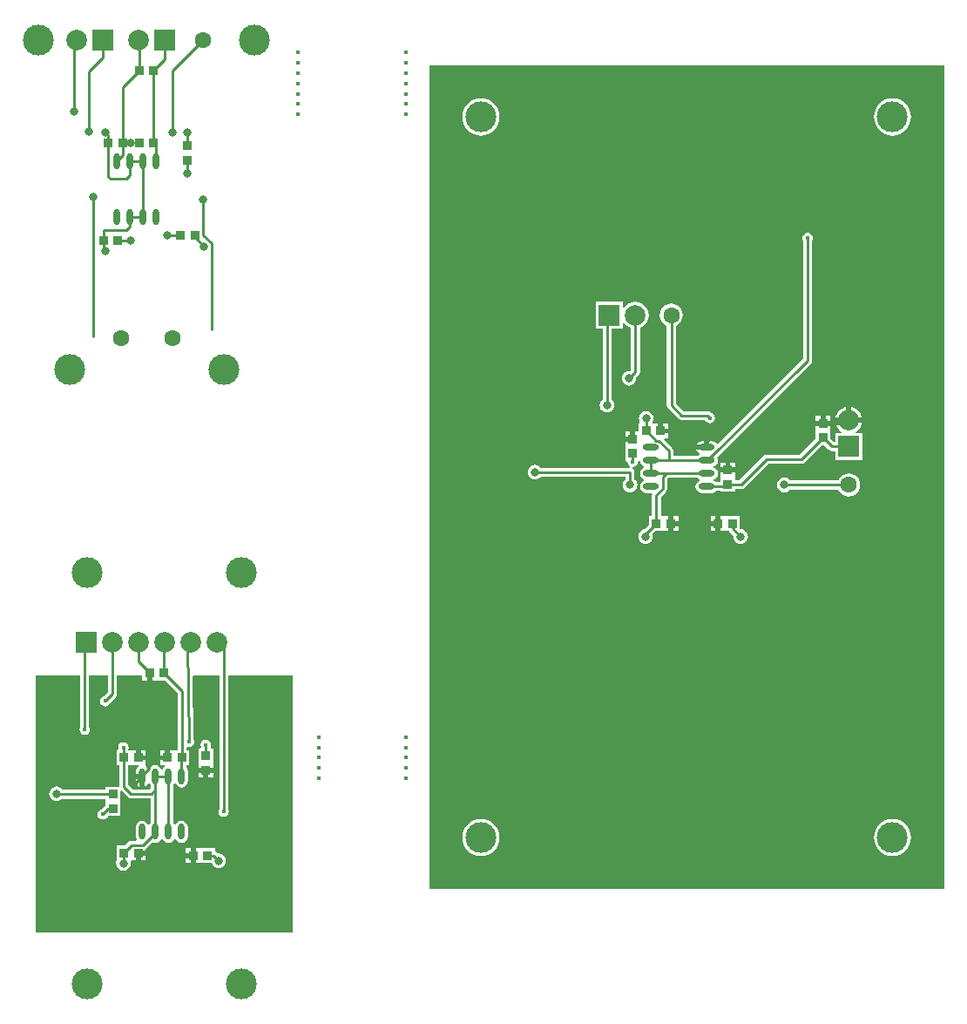
<source format=gbl>
G04 Layer_Physical_Order=2*
G04 Layer_Color=16711680*
%FSLAX44Y44*%
%MOMM*%
G71*
G01*
G75*
%ADD10R,0.8500X0.8500*%
%ADD15R,0.8500X0.8500*%
%ADD17C,0.2540*%
%ADD19C,2.0000*%
%ADD20R,2.0000X2.0000*%
%ADD21R,2.0000X2.0000*%
%ADD22C,1.6000*%
%ADD23C,1.0000*%
%ADD24C,0.4600*%
%ADD25C,0.4000*%
%ADD26C,0.8000*%
%ADD27C,3.0000*%
G04:AMPARAMS|DCode=28|XSize=1.55mm|YSize=0.6mm|CornerRadius=0.3mm|HoleSize=0mm|Usage=FLASHONLY|Rotation=270.000|XOffset=0mm|YOffset=0mm|HoleType=Round|Shape=RoundedRectangle|*
%AMROUNDEDRECTD28*
21,1,1.5500,0.0000,0,0,270.0*
21,1,0.9500,0.6000,0,0,270.0*
1,1,0.6000,0.0000,-0.4750*
1,1,0.6000,0.0000,0.4750*
1,1,0.6000,0.0000,0.4750*
1,1,0.6000,0.0000,-0.4750*
%
%ADD28ROUNDEDRECTD28*%
G04:AMPARAMS|DCode=29|XSize=1.55mm|YSize=0.6mm|CornerRadius=0.3mm|HoleSize=0mm|Usage=FLASHONLY|Rotation=180.000|XOffset=0mm|YOffset=0mm|HoleType=Round|Shape=RoundedRectangle|*
%AMROUNDEDRECTD29*
21,1,1.5500,0.0000,0,0,180.0*
21,1,0.9500,0.6000,0,0,180.0*
1,1,0.6000,-0.4750,0.0000*
1,1,0.6000,0.4750,0.0000*
1,1,0.6000,0.4750,0.0000*
1,1,0.6000,-0.4750,0.0000*
%
%ADD29ROUNDEDRECTD29*%
G36*
X99729Y161480D02*
X99124Y161076D01*
X97798Y159091D01*
X97332Y156750D01*
Y154500D01*
X103450D01*
Y152000D01*
X105950D01*
Y141704D01*
X107776Y142924D01*
X109102Y144909D01*
X109153Y145164D01*
X110448D01*
X110498Y144909D01*
X111796Y142966D01*
Y140453D01*
X110697Y139354D01*
X94303D01*
X89854Y143803D01*
Y162750D01*
X99344D01*
X99729Y161480D01*
D02*
G37*
G36*
X113000Y245250D02*
X125593D01*
X137646Y233197D01*
Y177250D01*
X130500D01*
Y170000D01*
X128000D01*
Y167500D01*
X120750D01*
Y162750D01*
X124744D01*
X125129Y161480D01*
X124524Y161076D01*
X123198Y159091D01*
X123147Y158836D01*
X121853D01*
X121802Y159091D01*
X120476Y161076D01*
X118491Y162402D01*
X116150Y162868D01*
X113809Y162402D01*
X111824Y161076D01*
X110498Y159091D01*
X110448Y158836D01*
X109153D01*
X109102Y159091D01*
X107776Y161076D01*
X107081Y161540D01*
X106750Y162750D01*
X106750D01*
X106750Y162750D01*
Y167500D01*
X99500D01*
Y170000D01*
X97000D01*
Y177250D01*
X89854D01*
Y178772D01*
X90098Y180000D01*
X89710Y181951D01*
X88605Y183605D01*
X86951Y184710D01*
X85000Y185098D01*
X83049Y184710D01*
X81395Y183605D01*
X80290Y181951D01*
X79902Y180000D01*
X80196Y178520D01*
X79413Y177250D01*
X78250D01*
Y162750D01*
X81146D01*
Y142000D01*
X80941Y141750D01*
X67750D01*
Y138854D01*
X25866D01*
X24992Y139992D01*
X23530Y141114D01*
X21827Y141820D01*
X20000Y142060D01*
X18173Y141820D01*
X16470Y141114D01*
X15008Y139992D01*
X13886Y138530D01*
X13180Y136827D01*
X12940Y135000D01*
X13180Y133173D01*
X13886Y131470D01*
X15008Y130007D01*
X16470Y128885D01*
X18173Y128180D01*
X20000Y127940D01*
X21827Y128180D01*
X23530Y128885D01*
X24992Y130007D01*
X25099Y130146D01*
X67750D01*
Y123798D01*
X67421Y123579D01*
X63678Y119835D01*
X63049Y119710D01*
X61395Y118605D01*
X60290Y116951D01*
X59902Y115000D01*
X60290Y113049D01*
X61395Y111395D01*
X63049Y110290D01*
X65000Y109902D01*
X66951Y110290D01*
X68605Y111395D01*
X69710Y113049D01*
X69750Y113250D01*
X82250D01*
Y127250D01*
Y137297D01*
X83520Y137823D01*
X89422Y131922D01*
X90834Y130978D01*
X92500Y130646D01*
X111796D01*
Y107034D01*
X110498Y105091D01*
X110448Y104836D01*
X109153D01*
X109102Y105091D01*
X107776Y107076D01*
X105791Y108402D01*
X103450Y108868D01*
X101109Y108402D01*
X99124Y107076D01*
X97798Y105091D01*
X97332Y102750D01*
Y93250D01*
X97798Y90909D01*
X98076Y90494D01*
X97477Y89374D01*
X93896D01*
X93795Y89354D01*
X93000D01*
X91334Y89022D01*
X89922Y88078D01*
X86593Y84750D01*
X78250D01*
Y70250D01*
X78250Y70250D01*
X78250D01*
X78141Y69025D01*
X77940Y67500D01*
X78180Y65673D01*
X78885Y63970D01*
X80008Y62508D01*
X81470Y61385D01*
X83173Y60680D01*
X85000Y60440D01*
X86827Y60680D01*
X88530Y61385D01*
X89993Y62508D01*
X91115Y63970D01*
X91820Y65673D01*
X92060Y67500D01*
X91866Y68980D01*
X92642Y70250D01*
X97000D01*
Y77500D01*
X99500D01*
Y80000D01*
X106750D01*
Y81664D01*
X107166Y81941D01*
X113217Y87993D01*
X113809Y87598D01*
X116150Y87132D01*
X118491Y87598D01*
X120476Y88924D01*
X121802Y90909D01*
X121853Y91164D01*
X123147D01*
X123198Y90909D01*
X124524Y88924D01*
X126509Y87598D01*
X128850Y87132D01*
X131191Y87598D01*
X133176Y88924D01*
X134502Y90909D01*
X134553Y91164D01*
X135848D01*
X135898Y90909D01*
X137224Y88924D01*
X139209Y87598D01*
X141550Y87132D01*
X143891Y87598D01*
X145876Y88924D01*
X147202Y90909D01*
X147668Y93250D01*
Y102750D01*
X147202Y105091D01*
X145876Y107076D01*
X143891Y108402D01*
X141550Y108868D01*
X139209Y108402D01*
X137224Y107076D01*
X135898Y105091D01*
X135848Y104836D01*
X134553D01*
X134502Y105091D01*
X133204Y107034D01*
Y142966D01*
X134502Y144909D01*
X134553Y145164D01*
X135848D01*
X135898Y144909D01*
X137224Y142924D01*
X139209Y141598D01*
X141550Y141132D01*
X143891Y141598D01*
X145876Y142924D01*
X147202Y144909D01*
X147668Y147250D01*
Y156750D01*
X147202Y159091D01*
X145904Y161034D01*
Y162750D01*
X149250D01*
Y177250D01*
X146354D01*
Y180020D01*
X147624Y180852D01*
X149000Y180579D01*
X150951Y180967D01*
X152605Y182072D01*
X153710Y183726D01*
X154098Y185677D01*
X153710Y187628D01*
X153315Y188219D01*
X152372Y249095D01*
X153263Y250000D01*
X178146D01*
Y119984D01*
X177790Y119451D01*
X177402Y117500D01*
X177790Y115549D01*
X178895Y113895D01*
X180549Y112790D01*
X182500Y112402D01*
X184451Y112790D01*
X186105Y113895D01*
X187210Y115549D01*
X187598Y117500D01*
X187210Y119451D01*
X186854Y119984D01*
Y250000D01*
X250000D01*
Y0D01*
X0D01*
Y250000D01*
X43146D01*
Y199984D01*
X42790Y199451D01*
X42402Y197500D01*
X42790Y195549D01*
X43895Y193895D01*
X45549Y192790D01*
X47500Y192402D01*
X49451Y192790D01*
X51105Y193895D01*
X52210Y195549D01*
X52598Y197500D01*
X52210Y199451D01*
X51854Y199984D01*
Y250000D01*
X70046D01*
Y233703D01*
X66178Y229835D01*
X65549Y229710D01*
X63895Y228605D01*
X62790Y226951D01*
X62402Y225000D01*
X62790Y223049D01*
X63895Y221395D01*
X65549Y220290D01*
X67500Y219902D01*
X69451Y220290D01*
X71105Y221395D01*
X72210Y223049D01*
X72335Y223678D01*
X77478Y228822D01*
X78422Y230234D01*
X78754Y231900D01*
Y250000D01*
X103250D01*
Y245250D01*
X108000D01*
Y252500D01*
X113000D01*
Y245250D01*
D02*
G37*
G36*
X882500Y42500D02*
X382500D01*
Y842500D01*
X882500D01*
Y42500D01*
D02*
G37*
%LPC*%
G36*
X100950Y149500D02*
X97332D01*
Y147250D01*
X97798Y144909D01*
X99124Y142924D01*
X100950Y141704D01*
Y149500D01*
D02*
G37*
G36*
X165000Y187598D02*
X163049Y187210D01*
X161395Y186105D01*
X160290Y184451D01*
X159902Y182500D01*
X160290Y180549D01*
X160310Y180520D01*
X159681Y179250D01*
X157750D01*
Y164750D01*
Y160500D01*
X165000D01*
X172250D01*
Y164750D01*
Y179250D01*
X170319D01*
X169690Y180520D01*
X169710Y180549D01*
X170098Y182500D01*
X169710Y184451D01*
X168605Y186105D01*
X166951Y187210D01*
X165000Y187598D01*
D02*
G37*
G36*
X172250Y155500D02*
X167500D01*
Y150750D01*
X172250D01*
Y155500D01*
D02*
G37*
G36*
X125500Y177250D02*
X120750D01*
Y172500D01*
X125500D01*
Y177250D01*
D02*
G37*
G36*
X106750D02*
X102000D01*
Y172500D01*
X106750D01*
Y177250D01*
D02*
G37*
G36*
X162500Y155500D02*
X157750D01*
Y150750D01*
X162500D01*
Y155500D01*
D02*
G37*
G36*
X106750Y75000D02*
X102000D01*
Y70250D01*
X106750D01*
Y75000D01*
D02*
G37*
G36*
X150500Y72500D02*
X145750D01*
Y67750D01*
X150500D01*
Y72500D01*
D02*
G37*
G36*
X174250Y82250D02*
X155500D01*
Y75000D01*
Y67750D01*
X170855D01*
X171385Y66470D01*
X172508Y65008D01*
X173970Y63885D01*
X175673Y63180D01*
X177500Y62940D01*
X179327Y63180D01*
X181030Y63885D01*
X182492Y65008D01*
X183615Y66470D01*
X184320Y68173D01*
X184560Y70000D01*
X184320Y71827D01*
X183615Y73530D01*
X182492Y74992D01*
X181030Y76115D01*
X179327Y76820D01*
X177500Y77060D01*
X176702Y76955D01*
X175578Y78078D01*
X174250Y78966D01*
Y82250D01*
D02*
G37*
G36*
X150500D02*
X145750D01*
Y77500D01*
X150500D01*
Y82250D01*
D02*
G37*
G36*
X624250Y395000D02*
X619500D01*
Y390250D01*
X624250D01*
Y395000D01*
D02*
G37*
G36*
X684250Y404750D02*
X665500D01*
Y397500D01*
Y390250D01*
X673702D01*
X673922Y389921D01*
X678045Y385798D01*
X677940Y385000D01*
X678180Y383173D01*
X678885Y381470D01*
X680008Y380008D01*
X681470Y378885D01*
X683173Y378180D01*
X685000Y377940D01*
X686827Y378180D01*
X688530Y378885D01*
X689992Y380008D01*
X691115Y381470D01*
X691820Y383173D01*
X692060Y385000D01*
X691820Y386827D01*
X691115Y388530D01*
X689992Y389992D01*
X688530Y391115D01*
X686827Y391820D01*
X685000Y392060D01*
X684250Y392718D01*
Y404750D01*
D02*
G37*
G36*
X432500Y110587D02*
X428971Y110239D01*
X425578Y109210D01*
X422451Y107539D01*
X419711Y105289D01*
X417461Y102549D01*
X415790Y99422D01*
X414761Y96029D01*
X414413Y92500D01*
X414761Y88971D01*
X415790Y85578D01*
X417461Y82451D01*
X419711Y79710D01*
X422451Y77461D01*
X425578Y75790D01*
X428971Y74760D01*
X432500Y74413D01*
X436029Y74760D01*
X439422Y75790D01*
X442549Y77461D01*
X445289Y79710D01*
X447539Y82451D01*
X449210Y85578D01*
X450239Y88971D01*
X450587Y92500D01*
X450239Y96029D01*
X449210Y99422D01*
X447539Y102549D01*
X445289Y105289D01*
X442549Y107539D01*
X439422Y109210D01*
X436029Y110239D01*
X432500Y110587D01*
D02*
G37*
G36*
X832500D02*
X828971Y110239D01*
X825578Y109210D01*
X822451Y107539D01*
X819710Y105289D01*
X817461Y102549D01*
X815790Y99422D01*
X814760Y96029D01*
X814413Y92500D01*
X814760Y88971D01*
X815790Y85578D01*
X817461Y82451D01*
X819710Y79710D01*
X822451Y77461D01*
X825578Y75790D01*
X828971Y74760D01*
X832500Y74413D01*
X836029Y74760D01*
X839422Y75790D01*
X842549Y77461D01*
X845290Y79710D01*
X847539Y82451D01*
X849210Y85578D01*
X850239Y88971D01*
X850587Y92500D01*
X850239Y96029D01*
X849210Y99422D01*
X847539Y102549D01*
X845290Y105289D01*
X842549Y107539D01*
X839422Y109210D01*
X836029Y110239D01*
X832500Y110587D01*
D02*
G37*
G36*
X660500Y395000D02*
X655750D01*
Y390250D01*
X660500D01*
Y395000D01*
D02*
G37*
G36*
X772250Y502250D02*
X767500D01*
Y497500D01*
X772250D01*
Y502250D01*
D02*
G37*
G36*
X787500Y510483D02*
X786606Y510365D01*
X783444Y509055D01*
X780728Y506972D01*
X778644Y504256D01*
X777335Y501094D01*
X777217Y500200D01*
X787500D01*
Y510483D01*
D02*
G37*
G36*
X617500Y611095D02*
X614628Y610717D01*
X611953Y609608D01*
X609655Y607845D01*
X607892Y605547D01*
X606783Y602872D01*
X606405Y600000D01*
X606783Y597128D01*
X607892Y594453D01*
X609655Y592155D01*
X611953Y590392D01*
X613146Y589897D01*
Y512500D01*
X613478Y510834D01*
X614422Y509422D01*
X624422Y499422D01*
X625834Y498478D01*
X627500Y498146D01*
X650271D01*
X650290Y498049D01*
X651395Y496395D01*
X653049Y495290D01*
X655000Y494902D01*
X656951Y495290D01*
X658605Y496395D01*
X659710Y498049D01*
X660098Y500000D01*
X659710Y501951D01*
X658605Y503605D01*
X656951Y504710D01*
X656322Y504835D01*
X655579Y505578D01*
X654166Y506522D01*
X652500Y506854D01*
X629303D01*
X621854Y514303D01*
Y589897D01*
X623047Y590392D01*
X625345Y592155D01*
X627108Y594453D01*
X628217Y597128D01*
X628595Y600000D01*
X628217Y602872D01*
X627108Y605547D01*
X625345Y607845D01*
X623047Y609608D01*
X620372Y610717D01*
X617500Y611095D01*
D02*
G37*
G36*
X762500Y502250D02*
X757750D01*
Y497500D01*
X762500D01*
Y502250D01*
D02*
G37*
G36*
X432500Y810587D02*
X428971Y810239D01*
X425578Y809210D01*
X422451Y807539D01*
X419711Y805290D01*
X417461Y802549D01*
X415790Y799422D01*
X414761Y796029D01*
X414413Y792500D01*
X414761Y788971D01*
X415790Y785578D01*
X417461Y782451D01*
X419711Y779710D01*
X422451Y777461D01*
X425578Y775790D01*
X428971Y774761D01*
X432500Y774413D01*
X436029Y774761D01*
X439422Y775790D01*
X442549Y777461D01*
X445289Y779710D01*
X447539Y782451D01*
X449210Y785578D01*
X450239Y788971D01*
X450587Y792500D01*
X450239Y796029D01*
X449210Y799422D01*
X447539Y802549D01*
X445289Y805290D01*
X442549Y807539D01*
X439422Y809210D01*
X436029Y810239D01*
X432500Y810587D01*
D02*
G37*
G36*
X832500D02*
X828971Y810239D01*
X825578Y809210D01*
X822451Y807539D01*
X819710Y805290D01*
X817461Y802549D01*
X815790Y799422D01*
X814760Y796029D01*
X814413Y792500D01*
X814760Y788971D01*
X815790Y785578D01*
X817461Y782451D01*
X819710Y779710D01*
X822451Y777461D01*
X825578Y775790D01*
X828971Y774761D01*
X832500Y774413D01*
X836029Y774761D01*
X839422Y775790D01*
X842549Y777461D01*
X845290Y779710D01*
X847539Y782451D01*
X849210Y785578D01*
X850239Y788971D01*
X850587Y792500D01*
X850239Y796029D01*
X849210Y799422D01*
X847539Y802549D01*
X845290Y805290D01*
X842549Y807539D01*
X839422Y809210D01*
X836029Y810239D01*
X832500Y810587D01*
D02*
G37*
G36*
X792500Y510483D02*
Y500200D01*
X802783D01*
X802665Y501094D01*
X801356Y504256D01*
X799272Y506972D01*
X796556Y509055D01*
X793394Y510365D01*
X792500Y510483D01*
D02*
G37*
G36*
X582700Y613112D02*
X579306Y612665D01*
X576144Y611356D01*
X573428Y609272D01*
X571570Y606850D01*
X570300Y607191D01*
Y613000D01*
X544300D01*
Y587000D01*
X550646D01*
Y517983D01*
X550008Y517492D01*
X548885Y516030D01*
X548180Y514327D01*
X547940Y512500D01*
X548180Y510673D01*
X548885Y508970D01*
X550008Y507508D01*
X551470Y506385D01*
X553173Y505680D01*
X555000Y505440D01*
X556827Y505680D01*
X558530Y506385D01*
X559992Y507508D01*
X561115Y508970D01*
X561820Y510673D01*
X562060Y512500D01*
X561820Y514327D01*
X561115Y516030D01*
X559992Y517492D01*
X559354Y517983D01*
Y587000D01*
X570300D01*
Y592809D01*
X571570Y593150D01*
X573428Y590728D01*
X576144Y588644D01*
X578346Y587732D01*
Y546503D01*
X577298Y545455D01*
X576500Y545560D01*
X574673Y545320D01*
X572970Y544614D01*
X571508Y543492D01*
X570386Y542030D01*
X569680Y540327D01*
X569440Y538500D01*
X569680Y536673D01*
X570386Y534970D01*
X571508Y533507D01*
X572970Y532385D01*
X574673Y531680D01*
X576500Y531440D01*
X578327Y531680D01*
X580030Y532385D01*
X581493Y533507D01*
X582615Y534970D01*
X583320Y536673D01*
X583560Y538500D01*
X583455Y539298D01*
X585779Y541622D01*
X586722Y543034D01*
X587054Y544700D01*
Y587732D01*
X589256Y588644D01*
X591972Y590728D01*
X594055Y593444D01*
X595365Y596606D01*
X595812Y600000D01*
X595365Y603394D01*
X594055Y606556D01*
X591972Y609272D01*
X589256Y611356D01*
X586094Y612665D01*
X582700Y613112D01*
D02*
G37*
G36*
X614250Y494750D02*
X609500D01*
Y490000D01*
X614250D01*
Y494750D01*
D02*
G37*
G36*
X790000Y446095D02*
X787128Y445717D01*
X784453Y444608D01*
X782155Y442845D01*
X780392Y440547D01*
X779897Y439354D01*
X732983D01*
X732493Y439992D01*
X731030Y441115D01*
X729327Y441820D01*
X727500Y442060D01*
X725673Y441820D01*
X723970Y441115D01*
X722508Y439992D01*
X721386Y438530D01*
X720680Y436827D01*
X720440Y435000D01*
X720680Y433173D01*
X721386Y431470D01*
X722508Y430008D01*
X723970Y428885D01*
X725673Y428180D01*
X727500Y427940D01*
X729327Y428180D01*
X731030Y428885D01*
X732493Y430008D01*
X732983Y430646D01*
X779897D01*
X780392Y429453D01*
X782155Y427155D01*
X784453Y425392D01*
X787128Y424283D01*
X790000Y423905D01*
X792872Y424283D01*
X795547Y425392D01*
X797845Y427155D01*
X799609Y429453D01*
X800717Y432128D01*
X801095Y435000D01*
X800717Y437872D01*
X799609Y440547D01*
X797845Y442845D01*
X795547Y444608D01*
X792872Y445717D01*
X790000Y446095D01*
D02*
G37*
G36*
X670000Y456750D02*
X665250D01*
Y452000D01*
X670000D01*
Y456750D01*
D02*
G37*
G36*
X660500Y404750D02*
X655750D01*
Y400000D01*
X660500D01*
Y404750D01*
D02*
G37*
G36*
X624250D02*
X619500D01*
Y400000D01*
X624250D01*
Y404750D01*
D02*
G37*
G36*
X750000Y680098D02*
X748049Y679710D01*
X746395Y678605D01*
X745290Y676951D01*
X744902Y675000D01*
X745290Y673049D01*
X745646Y672516D01*
Y557736D01*
X662869Y474959D01*
X661605Y475083D01*
X661076Y475876D01*
X659091Y477202D01*
X656750Y477668D01*
X654500D01*
Y471550D01*
X652000D01*
Y469050D01*
X641704D01*
X642924Y467224D01*
X644909Y465898D01*
X645164Y465847D01*
Y464552D01*
X644909Y464502D01*
X642966Y463204D01*
X619354D01*
Y468167D01*
X619022Y469833D01*
X618078Y471246D01*
X610247Y479077D01*
X610733Y480250D01*
X614250D01*
Y485000D01*
X607000D01*
Y487500D01*
X604500D01*
Y494750D01*
X599614D01*
X599053Y495889D01*
X599114Y495970D01*
X599820Y497673D01*
X600060Y499500D01*
X599820Y501327D01*
X599114Y503030D01*
X597993Y504492D01*
X596530Y505615D01*
X594827Y506320D01*
X593000Y506560D01*
X591173Y506320D01*
X589470Y505615D01*
X588008Y504492D01*
X586885Y503030D01*
X586180Y501327D01*
X585940Y499500D01*
X586180Y497673D01*
X586885Y495970D01*
X586948Y495889D01*
X586386Y494750D01*
X585750D01*
Y486750D01*
X582500D01*
Y479500D01*
X580000D01*
Y477000D01*
X572750D01*
Y472250D01*
Y458250D01*
X574286D01*
X574902Y457500D01*
X575290Y455549D01*
X576395Y453895D01*
X577623Y453074D01*
X577620Y453039D01*
X577165Y451854D01*
X490483D01*
X489992Y452492D01*
X488530Y453615D01*
X486827Y454320D01*
X485000Y454560D01*
X483173Y454320D01*
X481470Y453615D01*
X480008Y452492D01*
X478886Y451030D01*
X478180Y449327D01*
X477940Y447500D01*
X478180Y445673D01*
X478886Y443970D01*
X480008Y442508D01*
X481470Y441385D01*
X483173Y440680D01*
X485000Y440440D01*
X486827Y440680D01*
X488530Y441385D01*
X489992Y442508D01*
X490483Y443146D01*
X573146D01*
Y440483D01*
X572508Y439992D01*
X571385Y438530D01*
X570680Y436827D01*
X570440Y435000D01*
X570680Y433173D01*
X571385Y431470D01*
X572508Y430008D01*
X573970Y428885D01*
X575673Y428180D01*
X577500Y427940D01*
X579327Y428180D01*
X581030Y428885D01*
X582492Y430008D01*
X583615Y431470D01*
X584320Y433173D01*
X584560Y435000D01*
X584320Y436827D01*
X583615Y438530D01*
X582492Y439992D01*
X581854Y440483D01*
Y447500D01*
X581522Y449166D01*
X580578Y450578D01*
X579697Y451167D01*
X579926Y452101D01*
X580104Y452423D01*
X581951Y452790D01*
X583605Y453895D01*
X584710Y455549D01*
X585098Y457500D01*
X585714Y458250D01*
X587250D01*
X587250Y458250D01*
X587481Y457099D01*
X587598Y456509D01*
X588924Y454524D01*
X590909Y453198D01*
X591164Y453147D01*
Y451852D01*
X590909Y451802D01*
X588924Y450476D01*
X587598Y448491D01*
X587132Y446150D01*
X587598Y443809D01*
X588924Y441824D01*
X590909Y440498D01*
X591164Y440447D01*
Y439152D01*
X590909Y439102D01*
X588924Y437776D01*
X587598Y435791D01*
X587132Y433450D01*
X587598Y431109D01*
X588924Y429124D01*
X590909Y427798D01*
X593250Y427332D01*
X598124D01*
X598891Y426062D01*
X598646Y424833D01*
Y404750D01*
X595750D01*
Y396407D01*
X591237Y391894D01*
X590673Y391820D01*
X588970Y391115D01*
X587508Y389992D01*
X586385Y388530D01*
X585680Y386827D01*
X585440Y385000D01*
X585680Y383173D01*
X586385Y381470D01*
X587508Y380008D01*
X588970Y378885D01*
X590673Y378180D01*
X592500Y377940D01*
X594327Y378180D01*
X596030Y378885D01*
X597492Y380008D01*
X598615Y381470D01*
X599320Y383173D01*
X599560Y385000D01*
X599320Y386827D01*
X599075Y387418D01*
X601907Y390250D01*
X614500D01*
Y397500D01*
Y404750D01*
X607354D01*
Y423030D01*
X612099Y427774D01*
X613042Y429187D01*
X613374Y430853D01*
Y440867D01*
X614303Y441796D01*
X642966D01*
X644909Y440498D01*
X645164Y440447D01*
Y439152D01*
X644909Y439102D01*
X642924Y437776D01*
X641598Y435791D01*
X641133Y433450D01*
X641598Y431109D01*
X642924Y429124D01*
X644909Y427798D01*
X647250Y427332D01*
X656750D01*
X659091Y427798D01*
X661034Y429096D01*
X665250D01*
Y428250D01*
X679750D01*
Y431146D01*
X685500D01*
X687166Y431478D01*
X688578Y432421D01*
X711803Y455646D01*
X744000D01*
X745666Y455978D01*
X747078Y456922D01*
X763907Y473750D01*
X766093D01*
X770621Y469221D01*
X772034Y468278D01*
X773700Y467946D01*
X777000D01*
Y459300D01*
X803000D01*
Y485300D01*
X797191D01*
X796850Y486570D01*
X799272Y488428D01*
X801356Y491144D01*
X802665Y494306D01*
X802783Y495200D01*
X790000D01*
X777217D01*
X777335Y494306D01*
X778644Y491144D01*
X780728Y488428D01*
X783150Y486570D01*
X782809Y485300D01*
X777000D01*
Y476654D01*
X775503D01*
X772250Y479907D01*
Y487750D01*
Y492500D01*
X765000D01*
X757750D01*
Y487750D01*
Y479907D01*
X742197Y464354D01*
X710000D01*
X708334Y464022D01*
X706921Y463078D01*
X683697Y439854D01*
X679750D01*
Y447000D01*
X672500D01*
X665250D01*
Y442250D01*
Y437804D01*
X661034D01*
X659091Y439102D01*
X658836Y439152D01*
Y440447D01*
X659091Y440498D01*
X661076Y441824D01*
X662402Y443809D01*
X662868Y446150D01*
X662402Y448491D01*
X661076Y450476D01*
X659091Y451802D01*
X658836Y451852D01*
Y453147D01*
X659091Y453198D01*
X661076Y454524D01*
X662402Y456509D01*
X662868Y458850D01*
X662402Y461191D01*
X662007Y461783D01*
X753079Y552854D01*
X754022Y554267D01*
X754354Y555933D01*
Y672516D01*
X754710Y673049D01*
X755098Y675000D01*
X754710Y676951D01*
X753605Y678605D01*
X751951Y679710D01*
X750000Y680098D01*
D02*
G37*
G36*
X577500Y486750D02*
X572750D01*
Y482000D01*
X577500D01*
Y486750D01*
D02*
G37*
G36*
X679750Y456750D02*
X675000D01*
Y452000D01*
X679750D01*
Y456750D01*
D02*
G37*
G36*
X649500Y477668D02*
X647250D01*
X644909Y477202D01*
X642924Y475876D01*
X641704Y474050D01*
X649500D01*
Y477668D01*
D02*
G37*
%LPD*%
D10*
X75000Y134500D02*
D03*
Y120500D02*
D03*
X165000Y172000D02*
D03*
Y158000D02*
D03*
X580000Y479500D02*
D03*
Y465500D02*
D03*
X147500Y764500D02*
D03*
Y750500D02*
D03*
X672500Y449500D02*
D03*
Y435500D02*
D03*
X765000Y495000D02*
D03*
Y481000D02*
D03*
D15*
X153000Y75000D02*
D03*
X167000D02*
D03*
X663000Y397500D02*
D03*
X677000D02*
D03*
X140500Y677500D02*
D03*
X154500D02*
D03*
X99500Y77500D02*
D03*
X85500D02*
D03*
X99500Y170000D02*
D03*
X85500D02*
D03*
X607000Y487500D02*
D03*
X593000D02*
D03*
X617000Y397500D02*
D03*
X603000D02*
D03*
X84500Y767500D02*
D03*
X70500D02*
D03*
X79500Y672500D02*
D03*
X65500D02*
D03*
X128000Y170000D02*
D03*
X142000D02*
D03*
X110500Y252500D02*
D03*
X124500D02*
D03*
X100500Y837500D02*
D03*
X114500D02*
D03*
X100500Y767500D02*
D03*
X114500D02*
D03*
D17*
X630000Y397500D02*
X663000D01*
X617500Y512500D02*
Y600000D01*
Y512500D02*
X627500Y502500D01*
X652500D01*
X655000Y500000D01*
X147501Y282452D02*
X149000Y185677D01*
X147500Y282500D02*
X147501Y282452D01*
Y282452D02*
Y282452D01*
X750000Y555933D02*
Y675000D01*
X652917Y458850D02*
X750000Y555933D01*
X652000Y458850D02*
X652917D01*
X580000Y479500D02*
Y490000D01*
X598000Y446150D02*
Y458850D01*
X615000D02*
X652000D01*
X598000D02*
X615000D01*
Y468167D01*
X605347Y477820D02*
X615000Y468167D01*
X602680Y477820D02*
X605347D01*
X593000Y487500D02*
X602680Y477820D01*
X580000Y457500D02*
Y465500D01*
X154500Y675500D02*
X163500Y666500D01*
X154500Y675500D02*
Y677500D01*
X127500D02*
X140500D01*
X79500Y672500D02*
X92500D01*
X147500Y764500D02*
Y777500D01*
X116550Y749500D02*
Y765450D01*
X114500Y767500D02*
X116550Y765450D01*
X91150Y749500D02*
X103850D01*
X84500Y767500D02*
X92500D01*
X67500Y777500D02*
X70500Y774500D01*
Y767500D02*
Y774500D01*
X78450Y749500D02*
X84500Y755550D01*
Y767500D01*
X65500Y664500D02*
X67500Y662500D01*
X65500Y664500D02*
Y672500D01*
X103850Y703520D02*
Y749500D01*
X91150Y695500D02*
X103850D01*
X91150Y686150D02*
Y695500D01*
X65500Y672500D02*
Y682500D01*
X87500D01*
X91150Y686150D01*
Y736150D02*
Y749500D01*
X87500Y732500D02*
X91150Y736150D01*
X72500Y732500D02*
X87500D01*
X70500Y734500D02*
X72500Y732500D01*
X70500Y734500D02*
Y767500D01*
X84500D02*
Y821500D01*
X147500Y737500D02*
Y750500D01*
X114500Y767500D02*
Y837500D01*
X84500Y821500D02*
X100500Y837500D01*
X55500Y579500D02*
Y714500D01*
X162500Y677781D02*
Y712500D01*
Y677781D02*
X170770Y669511D01*
Y585770D02*
Y669511D01*
X132500Y777500D02*
Y837500D01*
X162500Y867500D01*
X100500Y837500D02*
Y866800D01*
X99800Y867500D02*
X100500Y866800D01*
X114500Y837500D02*
X125200Y848200D01*
Y867500D01*
X37500Y797500D02*
Y865200D01*
X39800Y867500D01*
X51500Y778500D02*
Y836500D01*
X65200Y850200D01*
Y867500D01*
X677000Y393000D02*
Y397500D01*
Y393000D02*
X685000Y385000D01*
X593000Y487500D02*
Y499500D01*
X592500Y387000D02*
X603000Y397500D01*
X592500Y385000D02*
Y387000D01*
X577500Y435000D02*
Y447500D01*
X485000D02*
X577500D01*
X765000Y495000D02*
X787300D01*
X790000Y497700D01*
X765000Y481000D02*
X773700Y472300D01*
X790000D01*
X555000Y512500D02*
Y597700D01*
X557300Y600000D01*
X576500Y538500D02*
X582700Y544700D01*
Y600000D01*
X617000Y397500D02*
X630000D01*
X603000D02*
Y424833D01*
X609020Y430853D01*
Y442670D01*
X612500Y446150D01*
X598000D02*
X612500D01*
X652000D01*
X607000Y487500D02*
X617500D01*
X633450Y471550D02*
X652000D01*
X617500Y487500D02*
X633450Y471550D01*
X652000D02*
Y479500D01*
X652500Y480000D01*
X672500Y449500D02*
Y460000D01*
X652000Y433450D02*
X670450D01*
X672500Y435500D01*
X685500D01*
X710000Y460000D01*
X744000D01*
X765000Y481000D01*
X727500Y435000D02*
X790000D01*
X167000Y75000D02*
X172500D01*
X177500Y70000D01*
X70500Y120500D02*
X75000D01*
X20000Y135000D02*
X20500Y134500D01*
X85500Y170000D02*
Y179500D01*
X85000Y180000D02*
X85500Y179500D01*
X85000Y67500D02*
Y77000D01*
X99500Y170000D02*
X110000D01*
X117500D01*
X128000D01*
X65000Y115000D02*
X70500Y120500D01*
X20500Y134500D02*
X75000D01*
X165000Y172000D02*
Y182500D01*
X116150Y152000D02*
X128850D01*
X95000Y152500D02*
X102950D01*
X103450Y152000D01*
X95000Y145000D02*
X96450D01*
X85500Y142000D02*
Y170000D01*
Y142000D02*
X92500Y135000D01*
X112500D01*
X116150Y138650D01*
Y98000D02*
Y138650D01*
Y152000D01*
X128850Y98000D02*
Y152000D01*
X116150Y97083D02*
Y98000D01*
X104087Y85020D02*
X116150Y97083D01*
X93896Y85020D02*
X104087D01*
X93876Y85000D02*
X93896Y85020D01*
X93000Y85000D02*
X93876D01*
X85000Y77000D02*
X85500Y77500D01*
X93000Y85000D01*
X140000Y75000D02*
X153000D01*
X99500Y77500D02*
X110000D01*
X142000Y170000D02*
Y235000D01*
X124500Y252500D02*
X142000Y235000D01*
X110000Y170000D02*
X110500Y170500D01*
X110000Y159550D02*
Y170000D01*
X96450Y145000D02*
X103450Y152000D01*
X165000Y145000D02*
Y158000D01*
X47500Y197500D02*
Y281000D01*
X49000Y282500D01*
X74400Y231900D02*
Y282500D01*
X67500Y225000D02*
X74400Y231900D01*
X182500Y117500D02*
Y276000D01*
X176000Y282500D02*
X182500Y276000D01*
X124500Y252500D02*
Y281800D01*
X125200Y282500D01*
X99800Y263200D02*
X110500Y252500D01*
X99800Y263200D02*
Y282500D01*
X141550Y152000D02*
Y169550D01*
X142000Y170000D01*
X102950Y152500D02*
X110000Y159550D01*
X110500Y170500D02*
Y252500D01*
D19*
X176000Y282500D02*
D03*
X99800D02*
D03*
X74400D02*
D03*
X125200D02*
D03*
X150600D02*
D03*
X790000Y497700D02*
D03*
X582700Y600000D02*
D03*
X99800Y867500D02*
D03*
X39800D02*
D03*
D20*
X49000Y282500D02*
D03*
X557300Y600000D02*
D03*
X125200Y867500D02*
D03*
X65200D02*
D03*
D21*
X790000Y472300D02*
D03*
D22*
X82500Y577500D02*
D03*
X617500Y600000D02*
D03*
X162500Y867500D02*
D03*
X790000Y435000D02*
D03*
X132500Y577500D02*
D03*
D23*
X857500Y742500D02*
D03*
X832500Y692500D02*
D03*
X857500Y642500D02*
D03*
X832500Y592500D02*
D03*
X857500Y542500D02*
D03*
X832500Y492500D02*
D03*
X857500Y442500D02*
D03*
X832500Y392500D02*
D03*
X857500Y342500D02*
D03*
X832500Y292500D02*
D03*
X857500Y242500D02*
D03*
X832500Y192500D02*
D03*
X857500Y142500D02*
D03*
X782500Y792500D02*
D03*
X807500Y742500D02*
D03*
X782500Y692500D02*
D03*
X807500Y642500D02*
D03*
X782500Y592500D02*
D03*
X807500Y542500D02*
D03*
Y442500D02*
D03*
X782500Y392500D02*
D03*
X807500Y342500D02*
D03*
X782500Y292500D02*
D03*
X807500Y242500D02*
D03*
X782500Y192500D02*
D03*
X807500Y142500D02*
D03*
X782500Y92500D02*
D03*
X732500Y792500D02*
D03*
X757500Y742500D02*
D03*
X732500Y692500D02*
D03*
Y592500D02*
D03*
X757500Y542500D02*
D03*
X732500Y492500D02*
D03*
Y392500D02*
D03*
X757500Y342500D02*
D03*
X732500Y292500D02*
D03*
X757500Y242500D02*
D03*
X732500Y192500D02*
D03*
X757500Y142500D02*
D03*
X732500Y92500D02*
D03*
X682500Y792500D02*
D03*
X707500Y742500D02*
D03*
Y642500D02*
D03*
Y542500D02*
D03*
Y342500D02*
D03*
X682500Y292500D02*
D03*
X707500Y242500D02*
D03*
X682500Y192500D02*
D03*
X707500Y142500D02*
D03*
X682500Y92500D02*
D03*
X632500Y792500D02*
D03*
Y692500D02*
D03*
Y592500D02*
D03*
Y492500D02*
D03*
X657500Y342500D02*
D03*
X632500Y292500D02*
D03*
X657500Y242500D02*
D03*
X632500Y192500D02*
D03*
X657500Y142500D02*
D03*
X632500Y92500D02*
D03*
X582500Y792500D02*
D03*
X607500Y742500D02*
D03*
X582500Y692500D02*
D03*
X607500Y642500D02*
D03*
Y542500D02*
D03*
X582500Y392500D02*
D03*
X607500Y342500D02*
D03*
X582500Y292500D02*
D03*
X607500Y242500D02*
D03*
X582500Y192500D02*
D03*
X607500Y142500D02*
D03*
X582500Y92500D02*
D03*
X532500Y792500D02*
D03*
X557500Y742500D02*
D03*
X532500Y692500D02*
D03*
X557500Y642500D02*
D03*
X532500Y592500D02*
D03*
Y492500D02*
D03*
Y392500D02*
D03*
X557500Y342500D02*
D03*
X532500Y292500D02*
D03*
X557500Y242500D02*
D03*
X532500Y192500D02*
D03*
X557500Y142500D02*
D03*
X532500Y92500D02*
D03*
X482500Y792500D02*
D03*
X507500Y742500D02*
D03*
X482500Y692500D02*
D03*
X507500Y642500D02*
D03*
X482500Y592500D02*
D03*
X507500Y542500D02*
D03*
X482500Y492500D02*
D03*
Y392500D02*
D03*
X507500Y342500D02*
D03*
X482500Y292500D02*
D03*
X507500Y242500D02*
D03*
X482500Y192500D02*
D03*
X507500Y142500D02*
D03*
X482500Y92500D02*
D03*
X457500Y742500D02*
D03*
X432500Y692500D02*
D03*
X457500Y642500D02*
D03*
X432500Y592500D02*
D03*
X457500Y542500D02*
D03*
X432500Y492500D02*
D03*
Y392500D02*
D03*
X457500Y342500D02*
D03*
X432500Y292500D02*
D03*
X457500Y242500D02*
D03*
X432500Y192500D02*
D03*
X457500Y142500D02*
D03*
X12500Y22500D02*
D03*
X22500Y42500D02*
D03*
X12500Y62500D02*
D03*
X22500Y82500D02*
D03*
X12500Y102500D02*
D03*
X22500Y122500D02*
D03*
Y162500D02*
D03*
X12500Y182500D02*
D03*
X22500Y202500D02*
D03*
X12500Y222500D02*
D03*
X32500Y22500D02*
D03*
X42500Y42500D02*
D03*
X32500Y222500D02*
D03*
X52500Y22500D02*
D03*
X72500D02*
D03*
Y102500D02*
D03*
X92500Y22500D02*
D03*
X102500Y122500D02*
D03*
X92500Y222500D02*
D03*
X112500Y22500D02*
D03*
X122500Y82500D02*
D03*
X112500Y222500D02*
D03*
X132500Y22500D02*
D03*
X142500Y122500D02*
D03*
X132500Y222500D02*
D03*
X152500Y22500D02*
D03*
X162500Y122500D02*
D03*
X152500Y142500D02*
D03*
X172500Y22500D02*
D03*
Y102500D02*
D03*
Y222500D02*
D03*
X192500Y22500D02*
D03*
X202500Y42500D02*
D03*
Y202500D02*
D03*
X192500Y222500D02*
D03*
X212500Y22500D02*
D03*
X222500Y42500D02*
D03*
Y82500D02*
D03*
Y122500D02*
D03*
Y162500D02*
D03*
Y202500D02*
D03*
X212500Y222500D02*
D03*
X232500Y22500D02*
D03*
X242500Y42500D02*
D03*
X232500Y62500D02*
D03*
X242500Y82500D02*
D03*
X232500Y102500D02*
D03*
X242500Y122500D02*
D03*
X232500Y142500D02*
D03*
X242500Y162500D02*
D03*
X232500Y182500D02*
D03*
X242500Y202500D02*
D03*
X232500Y222500D02*
D03*
D24*
X671364Y738894D02*
D03*
X662508Y722218D02*
D03*
Y714618D02*
D03*
Y707018D02*
D03*
Y699418D02*
D03*
Y691818D02*
D03*
Y684218D02*
D03*
Y676618D02*
D03*
Y669018D02*
D03*
Y661419D02*
D03*
X661337Y653909D02*
D03*
X661256Y646310D02*
D03*
Y638710D02*
D03*
Y631110D02*
D03*
Y623510D02*
D03*
X662508Y616013D02*
D03*
Y608414D02*
D03*
Y600814D02*
D03*
Y593214D02*
D03*
Y585614D02*
D03*
Y578014D02*
D03*
X682492Y572093D02*
D03*
Y579693D02*
D03*
Y602473D02*
D03*
Y610074D02*
D03*
X682732Y617670D02*
D03*
X683744Y625202D02*
D03*
Y632802D02*
D03*
Y640402D02*
D03*
Y648002D02*
D03*
X683230Y655584D02*
D03*
X682492Y663148D02*
D03*
Y670749D02*
D03*
Y678348D02*
D03*
Y685948D02*
D03*
Y693548D02*
D03*
Y701148D02*
D03*
Y708748D02*
D03*
Y716348D02*
D03*
Y723948D02*
D03*
X664302Y564981D02*
D03*
X662508Y557595D02*
D03*
Y549995D02*
D03*
Y542395D02*
D03*
Y534795D02*
D03*
X664647Y504884D02*
D03*
X671388Y501373D02*
D03*
X678713Y503400D02*
D03*
X682492Y540235D02*
D03*
Y547835D02*
D03*
Y555435D02*
D03*
X681501Y562970D02*
D03*
D25*
X655000Y500000D02*
D03*
X750000Y675000D02*
D03*
X580000Y490000D02*
D03*
Y457500D02*
D03*
X110000Y170000D02*
D03*
X117500D02*
D03*
X85000Y180000D02*
D03*
X65000Y115000D02*
D03*
X165000Y182500D02*
D03*
X95000Y152500D02*
D03*
Y145000D02*
D03*
X140000Y75000D02*
D03*
X110000Y77500D02*
D03*
X165000Y145000D02*
D03*
X182500Y117500D02*
D03*
X149000Y185677D02*
D03*
X47500Y197500D02*
D03*
X67500Y225000D02*
D03*
X275000Y190000D02*
D03*
Y180000D02*
D03*
Y170000D02*
D03*
Y160000D02*
D03*
Y150000D02*
D03*
X360000D02*
D03*
Y160000D02*
D03*
Y170000D02*
D03*
Y180000D02*
D03*
Y190000D02*
D03*
Y795000D02*
D03*
Y805000D02*
D03*
Y815000D02*
D03*
Y825000D02*
D03*
Y835000D02*
D03*
Y845000D02*
D03*
Y855000D02*
D03*
X255000Y795000D02*
D03*
Y805000D02*
D03*
Y815000D02*
D03*
Y825000D02*
D03*
Y835000D02*
D03*
Y845000D02*
D03*
Y855000D02*
D03*
D26*
X652500Y480000D02*
D03*
X132500Y777500D02*
D03*
X162500Y712500D02*
D03*
X37500Y797500D02*
D03*
X51500Y778500D02*
D03*
X55500Y714500D02*
D03*
X163500Y666500D02*
D03*
X127500Y677500D02*
D03*
X92500Y672500D02*
D03*
X147500Y777500D02*
D03*
X92500Y767500D02*
D03*
X67500Y777500D02*
D03*
Y662500D02*
D03*
X147500Y737500D02*
D03*
X685000Y385000D02*
D03*
X593000Y499500D02*
D03*
X592500Y385000D02*
D03*
X577500Y435000D02*
D03*
X485000Y447500D02*
D03*
X555000Y512500D02*
D03*
X576500Y538500D02*
D03*
X630000Y397500D02*
D03*
X617500Y487500D02*
D03*
X672500Y460000D02*
D03*
X727500Y435000D02*
D03*
X177500Y70000D02*
D03*
X20000Y135000D02*
D03*
X85000Y67500D02*
D03*
D27*
X50000Y-50000D02*
D03*
X200000D02*
D03*
X50000Y350000D02*
D03*
X200000D02*
D03*
X32500Y547500D02*
D03*
X182500D02*
D03*
X2500Y867500D02*
D03*
X212500D02*
D03*
X432500Y92500D02*
D03*
X832500D02*
D03*
X432500Y792500D02*
D03*
X832500D02*
D03*
D28*
X103450Y98000D02*
D03*
X116150D02*
D03*
X128850D02*
D03*
X141550D02*
D03*
Y152000D02*
D03*
X128850D02*
D03*
X116150D02*
D03*
X103450D02*
D03*
X78450Y695500D02*
D03*
X91150D02*
D03*
X103850D02*
D03*
X116550D02*
D03*
Y749500D02*
D03*
X103850D02*
D03*
X91150D02*
D03*
X78450D02*
D03*
D29*
X598000Y471550D02*
D03*
Y458850D02*
D03*
Y446150D02*
D03*
Y433450D02*
D03*
X652000D02*
D03*
Y446150D02*
D03*
Y458850D02*
D03*
Y471550D02*
D03*
M02*

</source>
